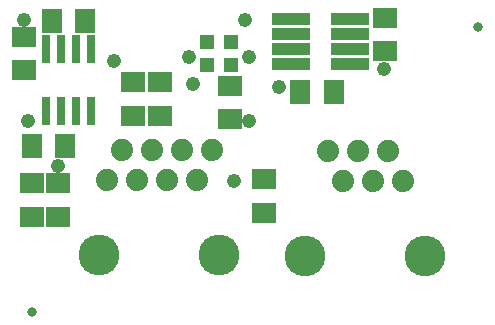
<source format=gtp>
G75*
%MOIN*%
%OFA0B0*%
%FSLAX24Y24*%
%IPPOS*%
%LPD*%
%AMOC8*
5,1,8,0,0,1.08239X$1,22.5*
%
%ADD10R,0.0710X0.0789*%
%ADD11R,0.0316X0.0946*%
%ADD12R,0.1261X0.0434*%
%ADD13R,0.0789X0.0710*%
%ADD14R,0.0790X0.0710*%
%ADD15R,0.0710X0.0790*%
%ADD16C,0.0740*%
%ADD17C,0.1360*%
%ADD18R,0.0474X0.0474*%
%ADD19C,0.0330*%
%ADD20C,0.0476*%
D10*
X011691Y008693D03*
X012793Y008693D03*
D11*
X004713Y008051D03*
X004213Y008051D03*
X003713Y008051D03*
X003213Y008051D03*
X003213Y010099D03*
X003713Y010099D03*
X004213Y010099D03*
X004713Y010099D03*
D12*
X011361Y010104D03*
X011361Y010604D03*
X011361Y011104D03*
X013330Y011104D03*
X013330Y010604D03*
X013330Y010104D03*
X013330Y009604D03*
X011361Y009604D03*
D13*
X009356Y008887D03*
X009356Y007785D03*
X014499Y010046D03*
X014499Y011148D03*
X002463Y010501D03*
X002463Y009399D03*
D14*
X006117Y009003D03*
X006999Y009003D03*
X006999Y007883D03*
X006117Y007883D03*
X003606Y005646D03*
X002731Y005646D03*
X002731Y004526D03*
X003606Y004526D03*
X010481Y004651D03*
X010481Y005771D03*
D15*
X003848Y006878D03*
X002728Y006878D03*
X003396Y011042D03*
X004516Y011042D03*
D16*
X005731Y006745D03*
X006731Y006745D03*
X007731Y006745D03*
X008731Y006745D03*
X008231Y005745D03*
X007231Y005745D03*
X006231Y005745D03*
X005231Y005745D03*
X012606Y006711D03*
X013606Y006711D03*
X014606Y006711D03*
X014106Y005711D03*
X013106Y005711D03*
X015106Y005711D03*
D17*
X015856Y003211D03*
X011856Y003211D03*
X008981Y003245D03*
X004981Y003245D03*
D18*
X008587Y009567D03*
X009375Y009567D03*
X009375Y010355D03*
X008587Y010355D03*
D19*
X002735Y001336D03*
X017610Y010836D03*
D20*
X014481Y009461D03*
X010981Y008836D03*
X009981Y009836D03*
X007981Y009836D03*
X008106Y008961D03*
X009981Y007711D03*
X009481Y005711D03*
X003606Y006211D03*
X002606Y007711D03*
X005481Y009711D03*
X002481Y011086D03*
X009856Y011086D03*
M02*

</source>
